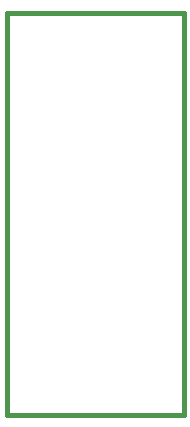
<source format=gbr>
G04 (created by PCBNEW-RS274X (2010-12-23 BZR 2684)-stable) date 12/2/2011 7:38:03 AM*
G01*
G70*
G90*
%MOIN*%
G04 Gerber Fmt 3.4, Leading zero omitted, Abs format*
%FSLAX34Y34*%
G04 APERTURE LIST*
%ADD10C,0.006000*%
%ADD11C,0.015000*%
%ADD12C,0.080000*%
%ADD13R,0.080000X0.080000*%
%ADD14C,0.083000*%
G04 APERTURE END LIST*
G54D10*
G54D11*
X64100Y-37100D02*
X64200Y-37100D01*
X64100Y-50500D02*
X64100Y-37100D01*
X70000Y-50500D02*
X64100Y-50500D01*
X70000Y-37100D02*
X70000Y-50500D01*
X64100Y-37100D02*
X70000Y-37100D01*
%LPC*%
G54D12*
X66350Y-39050D03*
X65350Y-39050D03*
X65350Y-40050D03*
X66350Y-40050D03*
G54D13*
X66350Y-47050D03*
G54D12*
X65350Y-47050D03*
X66350Y-46050D03*
X65350Y-46050D03*
X66350Y-45050D03*
X65350Y-45050D03*
X66350Y-44050D03*
X65350Y-44050D03*
X66350Y-43050D03*
X65350Y-43050D03*
X66350Y-42050D03*
X65350Y-42050D03*
X66350Y-41050D03*
X65350Y-41050D03*
G54D14*
X68744Y-46606D03*
X67957Y-46212D03*
X68744Y-45819D03*
X67957Y-45425D03*
X68744Y-45031D03*
X67957Y-44638D03*
X68744Y-44244D03*
X67957Y-43850D03*
X68744Y-43457D03*
X67957Y-43063D03*
X68744Y-42669D03*
X67957Y-42275D03*
X68744Y-41882D03*
X67957Y-41488D03*
X68744Y-41094D03*
X67957Y-40701D03*
M02*

</source>
